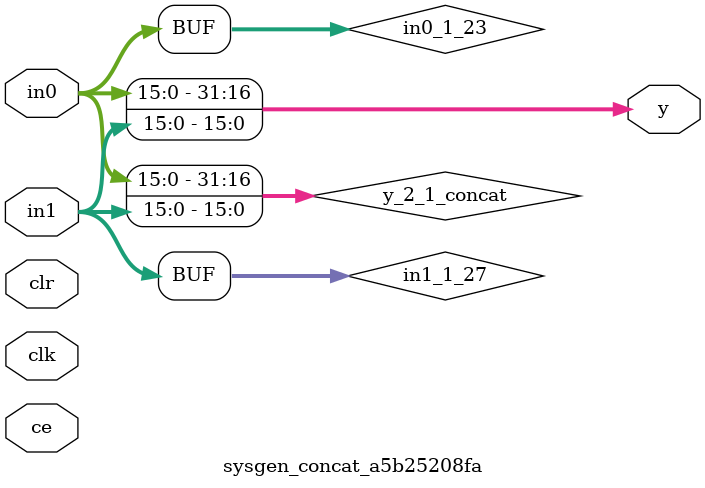
<source format=v>
module sysgen_concat_a5b25208fa (
  input [(16 - 1):0] in0,
  input [(16 - 1):0] in1,
  output [(32 - 1):0] y,
  input clk,
  input ce,
  input clr);
  wire [(16 - 1):0] in0_1_23;
  wire [(16 - 1):0] in1_1_27;
  wire [(32 - 1):0] y_2_1_concat;
  assign in0_1_23 = in0;
  assign in1_1_27 = in1;
  assign y_2_1_concat = {in0_1_23, in1_1_27};
  assign y = y_2_1_concat;
endmodule
</source>
